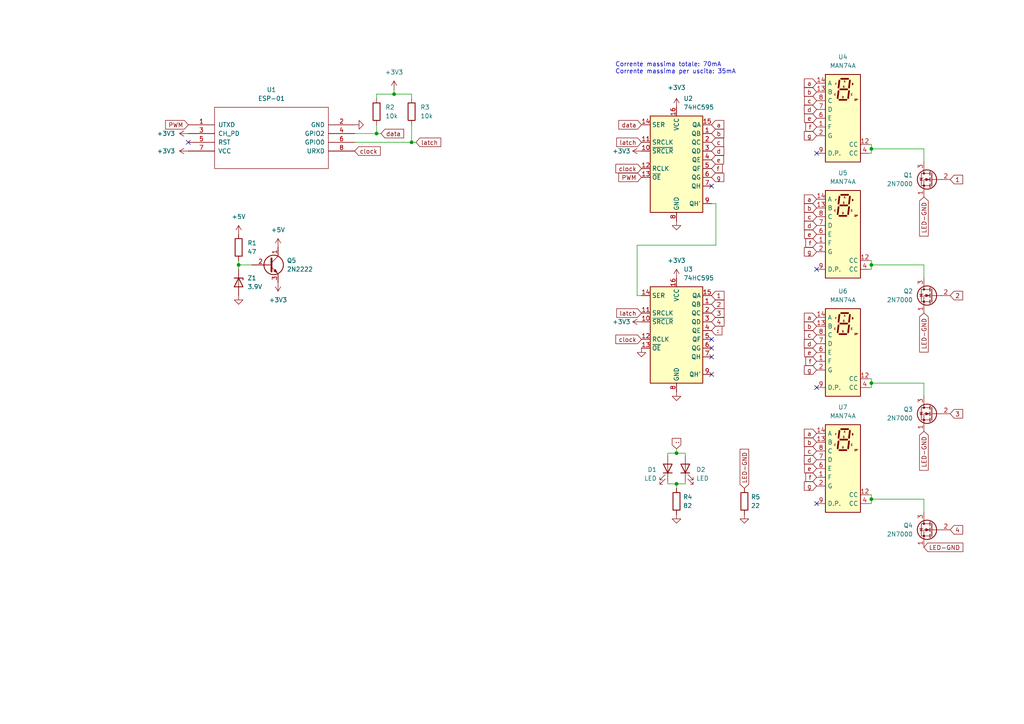
<source format=kicad_sch>
(kicad_sch (version 20211123) (generator eeschema)
  (paper "A4")
  (lib_symbols
    (symbol "74xx:74HC595"
      (property "Reference" "U" (at -7.62 13.97 0))
      (property "Value" "74HC595" (at -7.62 -16.51 0))
      (symbol "74HC595_1_0"
        (pin tri_state line (at 10.16 7.62 180) (length 2.54) (name "QB") (number "1"))
        (pin input line (at -10.16 2.54 0) (length 2.54) (name "~{SRCLR}") (number "10"))
        (pin input line (at -10.16 5.08 0) (length 2.54) (name "SRCLK") (number "11"))
        (pin input line (at -10.16 -2.54 0) (length 2.54) (name "RCLK") (number "12"))
        (pin input line (at -10.16 -5.08 0) (length 2.54) (name "~{OE}") (number "13"))
        (pin input line (at -10.16 10.16 0) (length 2.54) (name "SER") (number "14"))
        (pin tri_state line (at 10.16 10.16 180) (length 2.54) (name "QA") (number "15"))
        (pin power_in line (at 0 15.24 270) (length 2.54) (name "VCC") (number "16"))
        (pin tri_state line (at 10.16 5.08 180) (length 2.54) (name "QC") (number "2"))
        (pin tri_state line (at 10.16 2.54 180) (length 2.54) (name "QD") (number "3"))
        (pin tri_state line (at 10.16 0 180) (length 2.54) (name "QE") (number "4"))
        (pin tri_state line (at 10.16 -2.54 180) (length 2.54) (name "QF") (number "5"))
        (pin tri_state line (at 10.16 -5.08 180) (length 2.54) (name "QG") (number "6"))
        (pin tri_state line (at 10.16 -7.62 180) (length 2.54) (name "QH") (number "7"))
        (pin power_in line (at 0 -17.78 90) (length 2.54) (name "GND") (number "8"))
        (pin output line (at 10.16 -12.7 180) (length 2.54) (name "QH'") (number "9"))
      )
      (symbol "74HC595_1_1"
        (rectangle (start -7.62 12.7) (end 7.62 -15.24) (stroke (width 0.254)) (fill (type background)))
      )
    )
    (symbol "Device:D_Zener" (pin_numbers hide) (pin_names (offset 1.016) hide)
      (property "Reference" "D" (at 0 2.54 0))
      (property "Value" "D_Zener" (at 0 -2.54 0))
      (symbol "D_Zener_0_1"
        (polyline (pts (xy 1.27 0) (xy -1.27 0)))
        (polyline (pts (xy -1.27 -1.27) (xy -1.27 1.27) (xy -0.762 1.27)) (stroke (width 0.254)))
        (polyline (pts (xy 1.27 -1.27) (xy 1.27 1.27) (xy -1.27 0) (xy 1.27 -1.27)) (stroke (width 0.254)))
      )
      (symbol "D_Zener_1_1"
        (pin passive line (at -3.81 0 0) (length 2.54) (name "K") (number "1"))
        (pin passive line (at 3.81 0 180) (length 2.54) (name "A") (number "2"))
      )
    )
    (symbol "Device:LED" (pin_numbers hide) (pin_names (offset 1.016) hide)
      (property "Reference" "D" (at 0 2.54 0))
      (property "Value" "LED" (at 0 -2.54 0))
      (symbol "LED_0_1"
        (polyline (pts (xy -1.27 -1.27) (xy -1.27 1.27)) (stroke (width 0.254)))
        (polyline (pts (xy -1.27 0) (xy 1.27 0)))
        (polyline (pts (xy 1.27 -1.27) (xy 1.27 1.27) (xy -1.27 0) (xy 1.27 -1.27)) (stroke (width 0.254)))
        (polyline (pts (xy -3.048 -0.762) (xy -4.572 -2.286) (xy -3.81 -2.286) (xy -4.572 -2.286) (xy -4.572 -1.524)))
        (polyline (pts (xy -1.778 -0.762) (xy -3.302 -2.286) (xy -2.54 -2.286) (xy -3.302 -2.286) (xy -3.302 -1.524)))
      )
      (symbol "LED_1_1"
        (pin passive line (at -3.81 0 0) (length 2.54) (name "K") (number "1"))
        (pin passive line (at 3.81 0 180) (length 2.54) (name "A") (number "2"))
      )
    )
    (symbol "Device:R" (pin_numbers hide) (pin_names (offset 0))
      (property "Reference" "R" (at 2.032 0 90))
      (property "Value" "R" (at 0 0 90))
      (symbol "R_0_1"
        (rectangle (start -1.016 -2.54) (end 1.016 2.54) (stroke (width 0.254)))
      )
      (symbol "R_1_1"
        (pin passive line (at 0 3.81 270) (length 1.27) (name "~") (number "1"))
        (pin passive line (at 0 -3.81 90) (length 1.27) (name "~") (number "2"))
      )
    )
    (symbol "Display_Character:MAN74A" (pin_names (offset 0.635))
      (property "Reference" "U" (at -2.54 13.97 0))
      (property "Value" "MAN74A" (at 2.794 -14.224 0))
      (symbol "MAN74A_0_0"
        (text "A" (at 0.508 10.668 0) (effects (font (size 0.508 0.508))))
        (text "B" (at 2.794 9.906 0) (effects (font (size 0.508 0.508))))
        (text "C" (at 2.54 6.858 0) (effects (font (size 0.508 0.508))))
        (text "D" (at 0 6.096 0) (effects (font (size 0.508 0.508))))
        (text "DP" (at 3.81 5.334 0) (effects (font (size 0.508 0.508))))
        (text "E" (at -2.286 6.858 0) (effects (font (size 0.508 0.508))))
        (text "F" (at -2.032 9.906 0) (effects (font (size 0.508 0.508))))
        (text "G" (at 0.254 9.144 0) (effects (font (size 0.508 0.508))))
      )
      (symbol "MAN74A_0_1"
        (rectangle (start -5.08 12.7) (end 5.08 -12.7) (stroke (width 0.254)) (fill (type background)))
        (polyline (pts (xy -1.27 7.874) (xy -1.524 5.842)) (stroke (width 0.508)))
        (polyline (pts (xy -1.016 5.334) (xy 1.016 5.334)) (stroke (width 0.508)))
        (polyline (pts (xy -1.016 10.922) (xy -1.27 8.89)) (stroke (width 0.508)))
        (polyline (pts (xy -0.762 8.382) (xy 1.27 8.382)) (stroke (width 0.508)))
        (polyline (pts (xy -0.508 11.43) (xy 1.524 11.43)) (stroke (width 0.508)))
        (polyline (pts (xy 1.778 7.874) (xy 1.524 5.842)) (stroke (width 0.508)))
        (polyline (pts (xy 2.032 10.922) (xy 1.778 8.89)) (stroke (width 0.508)))
        (polyline (pts (xy 2.794 5.334) (xy 2.794 5.334)) (stroke (width 0.508)))
      )
      (symbol "MAN74A_1_1"
        (pin input line (at -7.62 -2.54 0) (length 2.54) (name "F") (number "1"))
        (pin no_connect line (at 7.62 -2.54 180) (length 2.54) hide (name "NC") (number "10"))
        (pin no_connect line (at 7.62 -5.08 180) (length 2.54) hide (name "NC") (number "11"))
        (pin input line (at 7.62 -7.62 180) (length 2.54) (name "CC") (number "12"))
        (pin input line (at -7.62 7.62 0) (length 2.54) (name "B") (number "13"))
        (pin input line (at -7.62 10.16 0) (length 2.54) (name "A") (number "14"))
        (pin input line (at -7.62 -5.08 0) (length 2.54) (name "G") (number "2"))
        (pin no_connect line (at 7.62 2.54 180) (length 2.54) hide (name "NC") (number "3"))
        (pin input line (at 7.62 -10.16 180) (length 2.54) (name "CC") (number "4"))
        (pin no_connect line (at 7.62 0 180) (length 2.54) hide (name "NC") (number "5"))
        (pin input line (at -7.62 0 0) (length 2.54) (name "E") (number "6"))
        (pin input line (at -7.62 2.54 0) (length 2.54) (name "D") (number "7"))
        (pin input line (at -7.62 5.08 0) (length 2.54) (name "C") (number "8"))
        (pin input line (at -7.62 -10.16 0) (length 2.54) (name "D.P.") (number "9"))
      )
    )
    (symbol "Transistor_BJT:BC337" (pin_names (offset 0) hide)
      (property "Reference" "Q" (at 5.08 1.905 0))
      (property "Value" "BC337" (at 5.08 0 0))
      (symbol "BC337_0_1"
        (polyline (pts (xy 0 0) (xy 0.635 0)))
        (polyline (pts (xy 0.635 0.635) (xy 2.54 2.54)))
        (polyline (pts (xy 0.635 -0.635) (xy 2.54 -2.54) (xy 2.54 -2.54)))
        (polyline (pts (xy 0.635 1.905) (xy 0.635 -1.905) (xy 0.635 -1.905)) (stroke (width 0.508)))
        (polyline (pts (xy 1.27 -1.778) (xy 1.778 -1.27) (xy 2.286 -2.286) (xy 1.27 -1.778) (xy 1.27 -1.778)) (fill (type outline)))
        (circle (center 1.27 0) (radius 2.8194) (stroke (width 0.254)))
      )
      (symbol "BC337_1_1"
        (pin passive line (at 2.54 5.08 270) (length 2.54) (name "C") (number "1"))
        (pin input line (at -5.08 0 0) (length 5.08) (name "B") (number "2"))
        (pin passive line (at 2.54 -5.08 90) (length 2.54) (name "E") (number "3"))
      )
    )
    (symbol "Transistor_FET:2N7000" (pin_names hide)
      (property "Reference" "Q" (at 5.08 1.905 0))
      (property "Value" "2N7000" (at 5.08 0 0))
      (symbol "2N7000_0_1"
        (polyline (pts (xy 0.254 0) (xy -2.54 0)))
        (polyline (pts (xy 0.254 1.905) (xy 0.254 -1.905)) (stroke (width 0.254)))
        (polyline (pts (xy 0.762 -1.27) (xy 0.762 -2.286)) (stroke (width 0.254)))
        (polyline (pts (xy 0.762 0.508) (xy 0.762 -0.508)) (stroke (width 0.254)))
        (polyline (pts (xy 0.762 2.286) (xy 0.762 1.27)) (stroke (width 0.254)))
        (polyline (pts (xy 2.54 2.54) (xy 2.54 1.778)))
        (polyline (pts (xy 2.54 -2.54) (xy 2.54 0) (xy 0.762 0)))
        (polyline (pts (xy 0.762 -1.778) (xy 3.302 -1.778) (xy 3.302 1.778) (xy 0.762 1.778)))
        (polyline (pts (xy 1.016 0) (xy 2.032 0.381) (xy 2.032 -0.381) (xy 1.016 0)) (fill (type outline)))
        (polyline (pts (xy 2.794 0.508) (xy 2.921 0.381) (xy 3.683 0.381) (xy 3.81 0.254)))
        (polyline (pts (xy 3.302 0.381) (xy 2.921 -0.254) (xy 3.683 -0.254) (xy 3.302 0.381)))
        (circle (center 1.651 0) (radius 2.794) (stroke (width 0.254)))
        (circle (center 2.54 -1.778) (radius 0.254) (fill (type outline)))
        (circle (center 2.54 1.778) (radius 0.254) (fill (type outline)))
      )
      (symbol "2N7000_1_1"
        (pin passive line (at 2.54 -5.08 90) (length 2.54) (name "S") (number "1"))
        (pin input line (at -5.08 0 0) (length 2.54) (name "G") (number "2"))
        (pin passive line (at 2.54 5.08 270) (length 2.54) (name "D") (number "3"))
      )
    )
    (symbol "kicad-ESP8266:ESP-01v090" (pin_names (offset 1.016))
      (property "Reference" "U" (at 0 -2.54 0))
      (property "Value" "ESP-01v090" (at 0 2.54 0))
      (symbol "ESP-01v090_1_0"
        (rectangle (start -16.51 -8.89) (end 16.51 8.89))
      )
      (symbol "ESP-01v090_1_1"
        (pin output line (at -24.13 3.81 0) (length 7.62) (name "UTXD") (number "1"))
        (pin power_in line (at 24.13 3.81 180) (length 7.62) (name "GND") (number "2"))
        (pin input line (at -24.13 1.27 0) (length 7.62) (name "CH_PD") (number "3"))
        (pin tri_state line (at 24.13 1.27 180) (length 7.62) (name "GPIO2") (number "4"))
        (pin input line (at -24.13 -1.27 0) (length 7.62) (name "RST") (number "5"))
        (pin tri_state line (at 24.13 -1.27 180) (length 7.62) (name "GPIO0") (number "6"))
        (pin power_in line (at -24.13 -3.81 0) (length 7.62) (name "VCC") (number "7"))
        (pin input line (at 24.13 -3.81 180) (length 7.62) (name "URXD") (number "8"))
      )
    )
    (symbol "power:+3.3V" (power) (pin_names (offset 0))
      (property "Value" "+3.3V" (at 0 3.556 0))
      (symbol "+3.3V_0_1"
        (polyline (pts (xy -0.762 1.27) (xy 0 2.54)))
        (polyline (pts (xy 0 0) (xy 0 2.54)))
        (polyline (pts (xy 0 2.54) (xy 0.762 1.27)))
      )
      (symbol "+3.3V_1_1"
        (pin power_in line (at 0 0 90) (length 0) hide (name "+3V3") (number "1"))
      )
    )
    (symbol "power:+5V" (power) (pin_names (offset 0))
      (property "Value" "+5V" (at 0 3.556 0))
      (symbol "+5V_0_1"
        (polyline (pts (xy -0.762 1.27) (xy 0 2.54)))
        (polyline (pts (xy 0 0) (xy 0 2.54)))
        (polyline (pts (xy 0 2.54) (xy 0.762 1.27)))
      )
      (symbol "+5V_1_1"
        (pin power_in line (at 0 0 90) (length 0) hide (name "+5V") (number "1"))
      )
    )
    (symbol "power:GND" (power) (pin_names (offset 0))
      (property "Value" "GND" (at 0 -3.81 0))
      (symbol "GND_0_1"
        (polyline (pts (xy 0 0) (xy 0 -1.27) (xy 1.27 -1.27) (xy 0 -2.54) (xy -1.27 -1.27) (xy 0 -1.27)))
      )
      (symbol "GND_1_1"
        (pin power_in line (at 0 0 270) (length 0) hide (name "GND") (number "1"))
      )
    )
  )
  (junction (at 196.215 140.335))
  (junction (at 252.73 111.125))
  (junction (at 252.73 144.78))
  (junction (at 196.215 131.445))
  (junction (at 69.215 76.835))
  (junction (at 252.73 76.835))
  (junction (at 119.38 41.275))
  (junction (at 252.73 43.18))
  (junction (at 109.22 38.735))
  (junction (at 114.3 27.305))
  (no_connect (at 206.375 53.975))
  (no_connect (at 206.375 103.505))
  (no_connect (at 206.375 100.965))
  (no_connect (at 206.375 98.425))
  (no_connect (at 206.375 108.585))
  (no_connect (at 54.61 41.275))
  (no_connect (at 236.855 44.45))
  (no_connect (at 236.855 78.105))
  (no_connect (at 236.855 146.05))
  (no_connect (at 236.855 112.395))
  (wire (pts (xy 69.215 76.835) (xy 73.025 76.835)))
  (wire (pts (xy 252.095 41.91) (xy 252.73 41.91)))
  (wire (pts (xy 102.87 38.735) (xy 109.22 38.735)))
  (wire (pts (xy 267.97 80.645) (xy 267.97 76.835)))
  (wire (pts (xy 252.73 143.51) (xy 252.73 144.78)))
  (wire (pts (xy 252.73 43.18) (xy 252.73 44.45)))
  (wire (pts (xy 252.73 112.395) (xy 252.095 112.395)))
  (wire (pts (xy 196.215 130.175) (xy 196.215 131.445)))
  (wire (pts (xy 252.73 43.18) (xy 267.97 43.18)))
  (wire (pts (xy 252.73 111.125) (xy 252.73 112.395)))
  (wire (pts (xy 119.38 41.275) (xy 120.65 41.275)))
  (wire (pts (xy 109.22 38.735) (xy 110.49 38.735)))
  (wire (pts (xy 252.73 144.78) (xy 267.97 144.78)))
  (wire (pts (xy 114.3 26.035) (xy 114.3 27.305)))
  (wire (pts (xy 252.73 109.855) (xy 252.73 111.125)))
  (wire (pts (xy 252.73 78.105) (xy 252.095 78.105)))
  (wire (pts (xy 198.755 140.335) (xy 198.755 139.7)))
  (wire (pts (xy 252.73 76.835) (xy 252.73 78.105)))
  (wire (pts (xy 193.675 131.445) (xy 193.675 132.08)))
  (wire (pts (xy 109.22 28.575) (xy 109.22 27.305)))
  (wire (pts (xy 207.645 59.055) (xy 206.375 59.055)))
  (wire (pts (xy 252.73 75.565) (xy 252.73 76.835)))
  (wire (pts (xy 252.095 109.855) (xy 252.73 109.855)))
  (wire (pts (xy 196.215 131.445) (xy 193.675 131.445)))
  (wire (pts (xy 267.97 114.935) (xy 267.97 111.125)))
  (wire (pts (xy 252.73 144.78) (xy 252.73 146.05)))
  (wire (pts (xy 109.22 27.305) (xy 114.3 27.305)))
  (wire (pts (xy 267.97 46.99) (xy 267.97 43.18)))
  (wire (pts (xy 119.38 27.305) (xy 119.38 28.575)))
  (wire (pts (xy 267.97 148.59) (xy 267.97 144.78)))
  (wire (pts (xy 252.73 146.05) (xy 252.095 146.05)))
  (wire (pts (xy 252.73 76.835) (xy 267.97 76.835)))
  (wire (pts (xy 184.785 85.725) (xy 184.785 71.12)))
  (wire (pts (xy 109.22 38.735) (xy 109.22 36.195)))
  (wire (pts (xy 69.215 75.565) (xy 69.215 76.835)))
  (wire (pts (xy 184.785 71.12) (xy 207.645 71.12)))
  (wire (pts (xy 252.095 143.51) (xy 252.73 143.51)))
  (wire (pts (xy 252.095 75.565) (xy 252.73 75.565)))
  (wire (pts (xy 102.87 41.275) (xy 119.38 41.275)))
  (wire (pts (xy 193.675 140.335) (xy 193.675 139.7)))
  (wire (pts (xy 207.645 71.12) (xy 207.645 59.055)))
  (wire (pts (xy 114.3 27.305) (xy 119.38 27.305)))
  (wire (pts (xy 196.215 131.445) (xy 198.755 131.445)))
  (wire (pts (xy 252.73 111.125) (xy 267.97 111.125)))
  (wire (pts (xy 198.755 131.445) (xy 198.755 132.08)))
  (wire (pts (xy 196.215 140.335) (xy 198.755 140.335)))
  (wire (pts (xy 196.215 141.605) (xy 196.215 140.335)))
  (wire (pts (xy 186.055 85.725) (xy 184.785 85.725)))
  (wire (pts (xy 252.73 44.45) (xy 252.095 44.45)))
  (wire (pts (xy 252.73 41.91) (xy 252.73 43.18)))
  (wire (pts (xy 119.38 41.275) (xy 119.38 36.195)))
  (wire (pts (xy 69.215 76.835) (xy 69.215 78.105)))
  (wire (pts (xy 193.675 140.335) (xy 196.215 140.335)))
  (text "Corrente massima totale: 70mA\nCorrente massima per uscita: 35mA" (at 178.435 21.59 0) (effects (font (size 1.27 1.27)) (justify left bottom)))
  (global_label "LED-GND" (shape input) (at 267.97 57.15 270) (property "Intersheet References" "${INTERSHEET_REFS}" (effects hide)))
  (global_label "clock" (shape input) (at 186.055 48.895 180) (property "Intersheet References" "${INTERSHEET_REFS}" (effects hide)))
  (global_label "PWM" (shape input) (at 186.055 51.435 180) (property "Intersheet References" "${INTERSHEET_REFS}" (effects hide)))
  (global_label "LED-GND" (shape input) (at 267.97 125.095 270) (property "Intersheet References" "${INTERSHEET_REFS}" (effects hide)))
  (global_label "latch" (shape input) (at 186.055 90.805 180) (property "Intersheet References" "${INTERSHEET_REFS}" (effects hide)))
  (global_label "data" (shape input) (at 110.49 38.735 0) (property "Intersheet References" "${INTERSHEET_REFS}" (effects hide)))
  (global_label "f" (shape input) (at 236.855 36.83 180) (property "Intersheet References" "${INTERSHEET_REFS}" (effects hide)))
  (global_label "d" (shape input) (at 236.855 65.405 180) (property "Intersheet References" "${INTERSHEET_REFS}" (effects hide)))
  (global_label "a" (shape input) (at 206.375 36.195 0) (property "Intersheet References" "${INTERSHEET_REFS}" (effects hide)))
  (global_label "e" (shape input) (at 236.855 67.945 180) (property "Intersheet References" "${INTERSHEET_REFS}" (effects hide)))
  (global_label "g" (shape input) (at 236.855 107.315 180) (property "Intersheet References" "${INTERSHEET_REFS}" (effects hide)))
  (global_label "1" (shape input) (at 275.59 52.07 0) (property "Intersheet References" "${INTERSHEET_REFS}" (effects hide)))
  (global_label "latch" (shape input) (at 120.65 41.275 0) (property "Intersheet References" "${INTERSHEET_REFS}" (effects hide)))
  (global_label ":" (shape input) (at 196.215 130.175 90) (property "Intersheet References" "${INTERSHEET_REFS}" (effects hide)))
  (global_label "e" (shape input) (at 206.375 46.355 0) (property "Intersheet References" "${INTERSHEET_REFS}" (effects hide)))
  (global_label "a" (shape input) (at 236.855 57.785 180) (property "Intersheet References" "${INTERSHEET_REFS}" (effects hide)))
  (global_label "a" (shape input) (at 236.855 92.075 180) (property "Intersheet References" "${INTERSHEET_REFS}" (effects hide)))
  (global_label "clock" (shape input) (at 186.055 98.425 180) (property "Intersheet References" "${INTERSHEET_REFS}" (effects hide)))
  (global_label "g" (shape input) (at 206.375 51.435 0) (property "Intersheet References" "${INTERSHEET_REFS}" (effects hide)))
  (global_label "data" (shape input) (at 186.055 36.195 180) (property "Intersheet References" "${INTERSHEET_REFS}" (effects hide)))
  (global_label "4" (shape input) (at 206.375 93.345 0) (property "Intersheet References" "${INTERSHEET_REFS}" (effects hide)))
  (global_label "LED-GND" (shape input) (at 267.97 90.805 270) (property "Intersheet References" "${INTERSHEET_REFS}" (effects hide)))
  (global_label "f" (shape input) (at 236.855 104.775 180) (property "Intersheet References" "${INTERSHEET_REFS}" (effects hide)))
  (global_label "latch" (shape input) (at 186.055 41.275 180) (property "Intersheet References" "${INTERSHEET_REFS}" (effects hide)))
  (global_label "f" (shape input) (at 236.855 70.485 180) (property "Intersheet References" "${INTERSHEET_REFS}" (effects hide)))
  (global_label "g" (shape input) (at 236.855 73.025 180) (property "Intersheet References" "${INTERSHEET_REFS}" (effects hide)))
  (global_label "LED-GND" (shape input) (at 267.97 158.75 0) (property "Intersheet References" "${INTERSHEET_REFS}" (effects hide)))
  (global_label "4" (shape input) (at 275.59 153.67 0) (property "Intersheet References" "${INTERSHEET_REFS}" (effects hide)))
  (global_label "3" (shape input) (at 206.375 90.805 0) (property "Intersheet References" "${INTERSHEET_REFS}" (effects hide)))
  (global_label "c" (shape input) (at 236.855 62.865 180) (property "Intersheet References" "${INTERSHEET_REFS}" (effects hide)))
  (global_label "g" (shape input) (at 236.855 39.37 180) (property "Intersheet References" "${INTERSHEET_REFS}" (effects hide)))
  (global_label "e" (shape input) (at 236.855 34.29 180) (property "Intersheet References" "${INTERSHEET_REFS}" (effects hide)))
  (global_label "b" (shape input) (at 236.855 94.615 180) (property "Intersheet References" "${INTERSHEET_REFS}" (effects hide)))
  (global_label "c" (shape input) (at 236.855 29.21 180) (property "Intersheet References" "${INTERSHEET_REFS}" (effects hide)))
  (global_label ":" (shape input) (at 206.375 95.885 0) (property "Intersheet References" "${INTERSHEET_REFS}" (effects hide)))
  (global_label "2" (shape input) (at 275.59 85.725 0) (property "Intersheet References" "${INTERSHEET_REFS}" (effects hide)))
  (global_label "d" (shape input) (at 206.375 43.815 0) (property "Intersheet References" "${INTERSHEET_REFS}" (effects hide)))
  (global_label "PWM" (shape input) (at 54.61 36.195 180) (property "Intersheet References" "${INTERSHEET_REFS}" (effects hide)))
  (global_label "3" (shape input) (at 275.59 120.015 0) (property "Intersheet References" "${INTERSHEET_REFS}" (effects hide)))
  (global_label "1" (shape input) (at 206.375 85.725 0) (property "Intersheet References" "${INTERSHEET_REFS}" (effects hide)))
  (global_label "LED-GND" (shape input) (at 215.9 141.605 90) (property "Intersheet References" "${INTERSHEET_REFS}" (effects hide)))
  (global_label "c" (shape input) (at 236.855 130.81 180) (property "Intersheet References" "${INTERSHEET_REFS}" (effects hide)))
  (global_label "d" (shape input) (at 236.855 31.75 180) (property "Intersheet References" "${INTERSHEET_REFS}" (effects hide)))
  (global_label "g" (shape input) (at 236.855 140.97 180) (property "Intersheet References" "${INTERSHEET_REFS}" (effects hide)))
  (global_label "2" (shape input) (at 206.375 88.265 0) (property "Intersheet References" "${INTERSHEET_REFS}" (effects hide)))
  (global_label "c" (shape input) (at 236.855 97.155 180) (property "Intersheet References" "${INTERSHEET_REFS}" (effects hide)))
  (global_label "e" (shape input) (at 236.855 135.89 180) (property "Intersheet References" "${INTERSHEET_REFS}" (effects hide)))
  (global_label "f" (shape input) (at 206.375 48.895 0) (property "Intersheet References" "${INTERSHEET_REFS}" (effects hide)))
  (global_label "b" (shape input) (at 236.855 26.67 180) (property "Intersheet References" "${INTERSHEET_REFS}" (effects hide)))
  (global_label "c" (shape input) (at 206.375 41.275 0) (property "Intersheet References" "${INTERSHEET_REFS}" (effects hide)))
  (global_label "a" (shape input) (at 236.855 125.73 180) (property "Intersheet References" "${INTERSHEET_REFS}" (effects hide)))
  (global_label "b" (shape input) (at 236.855 60.325 180) (property "Intersheet References" "${INTERSHEET_REFS}" (effects hide)))
  (global_label "b" (shape input) (at 206.375 38.735 0) (property "Intersheet References" "${INTERSHEET_REFS}" (effects hide)))
  (global_label "f" (shape input) (at 236.855 138.43 180) (property "Intersheet References" "${INTERSHEET_REFS}" (effects hide)))
  (global_label "b" (shape input) (at 236.855 128.27 180) (property "Intersheet References" "${INTERSHEET_REFS}" (effects hide)))
  (global_label "a" (shape input) (at 236.855 24.13 180) (property "Intersheet References" "${INTERSHEET_REFS}" (effects hide)))
  (global_label "d" (shape input) (at 236.855 99.695 180) (property "Intersheet References" "${INTERSHEET_REFS}" (effects hide)))
  (global_label "d" (shape input) (at 236.855 133.35 180) (property "Intersheet References" "${INTERSHEET_REFS}" (effects hide)))
  (global_label "e" (shape input) (at 236.855 102.235 180) (property "Intersheet References" "${INTERSHEET_REFS}" (effects hide)))
  (global_label "clock" (shape input) (at 102.87 43.815 0) (property "Intersheet References" "${INTERSHEET_REFS}" (effects hide)))
  (symbol (lib_id "power:GND") (at 215.9 149.225 0) (unit 1)
    (property "Reference" "#PWR017" (effects hide))
    (property "Value" "GND" (effects hide))
  )
  (symbol (lib_id "Display_Character:MAN74A") (at 244.475 102.235 0) (unit 1)
    (property "Reference" "U6" (at 244.475 84.455 0))
    (property "Value" "MAN74A" (at 244.475 86.995 0))
    (property "Footprint" "Display_7Segment:MAN71A" (effects hide))
    (property "Datasheet" "https://www.digchip.com/datasheets/parts/datasheet/161/MAN3640A-pdf.php" (effects hide))
  )
  (symbol (lib_id "Device:D_Zener") (at 69.215 81.915 270) (unit 1)
    (property "Reference" "Z1" (at 71.755 80.6449 90) (effects (justify left)))
    (property "Value" "3.9V" (at 71.755 83.1849 90) (effects (justify left)))
  )
  (symbol (lib_id "power:GND") (at 69.215 85.725 0) (unit 1)
    (property "Reference" "#PWR04" (effects hide))
    (property "Value" "GND" (effects hide))
  )
  (symbol (lib_id "Transistor_BJT:BC337") (at 78.105 76.835 0) (unit 1)
    (property "Reference" "Q5" (at 83.185 75.5649 0) (effects (justify left)))
    (property "Value" "2N2222" (at 83.185 78.1049 0) (effects (justify left)))
    (property "Footprint" "Package_TO_SOT_THT:TO-92_Inline" (effects hide))
    (property "Datasheet" "https://diotec.com/tl_files/diotec/files/pdf/datasheets/bc337.pdf" (effects hide))
  )
  (symbol (lib_id "Device:LED") (at 193.675 135.89 270) (mirror x) (unit 1)
    (property "Reference" "D1" (at 190.5 136.2074 90) (effects (justify right)))
    (property "Value" "LED" (at 190.5 138.7474 90) (effects (justify right)))
  )
  (symbol (lib_id "74xx:74HC595") (at 196.215 46.355 0) (unit 1)
    (property "Reference" "U2" (at 198.2344 28.575 0) (effects (justify left)))
    (property "Value" "74HC595" (at 198.2344 31.115 0) (effects (justify left)))
    (property "Datasheet" "http://www.ti.com/lit/ds/symlink/sn74hc595.pdf" (effects hide))
  )
  (symbol (lib_id "power:GND") (at 102.87 36.195 90) (unit 1)
    (property "Reference" "#PWR07" (effects hide))
    (property "Value" "GND" (effects hide))
  )
  (symbol (lib_id "Device:LED") (at 198.755 135.89 90) (unit 1)
    (property "Reference" "D2" (at 201.93 136.2074 90) (effects (justify right)))
    (property "Value" "LED" (at 201.93 138.7474 90) (effects (justify right)))
  )
  (symbol (lib_id "power:+3.3V") (at 186.055 43.815 90) (unit 1)
    (property "Reference" "#PWR09" (effects hide))
    (property "Value" "+3.3V" (at 182.88 43.8149 90) (effects (justify left)))
  )
  (symbol (lib_id "power:+3.3V") (at 196.215 80.645 0) (unit 1)
    (property "Reference" "#PWR014" (effects hide))
    (property "Value" "+3.3V" (at 196.215 75.565 0))
  )
  (symbol (lib_id "power:+3.3V") (at 54.61 43.815 90) (unit 1)
    (property "Reference" "#PWR02" (effects hide))
    (property "Value" "+3.3V" (at 50.8 43.8149 90) (effects (justify left)))
  )
  (symbol (lib_id "Transistor_FET:2N7000") (at 270.51 120.015 0) (mirror y) (unit 1)
    (property "Reference" "Q3" (at 264.795 118.7449 0) (effects (justify left)))
    (property "Value" "2N7000" (at 264.795 121.2849 0) (effects (justify left)))
    (property "Footprint" "Package_TO_SOT_THT:TO-92_Inline" (effects hide))
    (property "Datasheet" "https://www.onsemi.com/pub/Collateral/NDS7002A-D.PDF" (effects hide))
  )
  (symbol (lib_id "Device:R") (at 69.215 71.755 0) (unit 1)
    (property "Reference" "R1" (at 71.755 70.4849 0) (effects (justify left)))
    (property "Value" "47" (at 71.755 73.0249 0) (effects (justify left)))
  )
  (symbol (lib_id "Transistor_FET:2N7000") (at 270.51 85.725 0) (mirror y) (unit 1)
    (property "Reference" "Q2" (at 264.795 84.4549 0) (effects (justify left)))
    (property "Value" "2N7000" (at 264.795 86.9949 0) (effects (justify left)))
    (property "Footprint" "Package_TO_SOT_THT:TO-92_Inline" (effects hide))
    (property "Datasheet" "https://www.onsemi.com/pub/Collateral/NDS7002A-D.PDF" (effects hide))
  )
  (symbol (lib_id "74xx:74HC595") (at 196.215 95.885 0) (unit 1)
    (property "Reference" "U3" (at 198.2344 78.105 0) (effects (justify left)))
    (property "Value" "74HC595" (at 198.2344 80.645 0) (effects (justify left)))
    (property "Datasheet" "http://www.ti.com/lit/ds/symlink/sn74hc595.pdf" (effects hide))
  )
  (symbol (lib_id "power:+5V") (at 69.215 67.945 0) (unit 1)
    (property "Reference" "#PWR03" (effects hide))
    (property "Value" "+5V" (at 69.215 62.865 0))
  )
  (symbol (lib_id "Display_Character:MAN74A") (at 244.475 67.945 0) (unit 1)
    (property "Reference" "U5" (at 244.475 50.165 0))
    (property "Value" "MAN74A" (at 244.475 52.705 0))
    (property "Footprint" "Display_7Segment:MAN71A" (effects hide))
    (property "Datasheet" "https://www.digchip.com/datasheets/parts/datasheet/161/MAN3640A-pdf.php" (effects hide))
  )
  (symbol (lib_id "Device:R") (at 215.9 145.415 0) (unit 1)
    (property "Reference" "R5" (at 217.805 144.1449 0) (effects (justify left)))
    (property "Value" "22" (at 217.805 146.6849 0) (effects (justify left)))
  )
  (symbol (lib_id "power:GND") (at 196.215 64.135 0) (unit 1)
    (property "Reference" "#PWR013" (effects hide))
    (property "Value" "GND" (effects hide))
  )
  (symbol (lib_id "power:+5V") (at 80.645 71.755 0) (unit 1)
    (property "Reference" "#PWR05" (effects hide))
    (property "Value" "+5V" (at 80.645 66.675 0))
  )
  (symbol (lib_id "Device:R") (at 119.38 32.385 0) (unit 1)
    (property "Reference" "R3" (at 121.92 31.1149 0) (effects (justify left)))
    (property "Value" "10k" (at 121.92 33.6549 0) (effects (justify left)))
  )
  (symbol (lib_id "Device:R") (at 109.22 32.385 0) (unit 1)
    (property "Reference" "R2" (at 111.76 31.1149 0) (effects (justify left)))
    (property "Value" "10k" (at 111.76 33.6549 0) (effects (justify left)))
  )
  (symbol (lib_id "power:GND") (at 196.215 113.665 0) (unit 1)
    (property "Reference" "#PWR015" (effects hide))
    (property "Value" "GND" (effects hide))
  )
  (symbol (lib_id "power:+3.3V") (at 80.645 81.915 180) (unit 1)
    (property "Reference" "#PWR06" (effects hide))
    (property "Value" "+3.3V" (at 80.645 86.995 0))
  )
  (symbol (lib_id "Device:R") (at 196.215 145.415 0) (unit 1)
    (property "Reference" "R4" (at 198.12 144.1449 0) (effects (justify left)))
    (property "Value" "82" (at 198.12 146.6849 0) (effects (justify left)))
  )
  (symbol (lib_id "power:GND") (at 186.055 100.965 0) (unit 1)
    (property "Reference" "#PWR011" (effects hide))
    (property "Value" "GND" (effects hide))
  )
  (symbol (lib_id "power:+3.3V") (at 186.055 93.345 90) (unit 1)
    (property "Reference" "#PWR010" (effects hide))
    (property "Value" "+3.3V" (at 182.88 93.3449 90) (effects (justify left)))
  )
  (symbol (lib_id "power:GND") (at 196.215 149.225 0) (unit 1)
    (property "Reference" "#PWR016" (effects hide))
    (property "Value" "GND" (effects hide))
  )
  (symbol (lib_id "Transistor_FET:2N7000") (at 270.51 153.67 0) (mirror y) (unit 1)
    (property "Reference" "Q4" (at 264.795 152.3999 0) (effects (justify left)))
    (property "Value" "2N7000" (at 264.795 154.9399 0) (effects (justify left)))
    (property "Footprint" "Package_TO_SOT_THT:TO-92_Inline" (effects hide))
    (property "Datasheet" "https://www.onsemi.com/pub/Collateral/NDS7002A-D.PDF" (effects hide))
  )
  (symbol (lib_id "kicad-ESP8266:ESP-01v090") (at 78.74 40.005 0) (unit 1)
    (property "Reference" "U1" (at 78.74 26.035 0))
    (property "Value" "ESP-01" (at 78.74 28.575 0))
    (property "Datasheet" "http://l0l.org.uk/2014/12/esp8266-modules-hardware-guide-gotta-catch-em-all/" (effects hide))
  )
  (symbol (lib_id "power:+3.3V") (at 54.61 38.735 90) (unit 1)
    (property "Reference" "#PWR01" (effects hide))
    (property "Value" "+3.3V" (at 50.8 38.7349 90) (effects (justify left)))
  )
  (symbol (lib_id "Transistor_FET:2N7000") (at 270.51 52.07 0) (mirror y) (unit 1)
    (property "Reference" "Q1" (at 264.795 50.7999 0) (effects (justify left)))
    (property "Value" "2N7000" (at 264.795 53.3399 0) (effects (justify left)))
    (property "Footprint" "Package_TO_SOT_THT:TO-92_Inline" (effects hide))
    (property "Datasheet" "https://www.onsemi.com/pub/Collateral/NDS7002A-D.PDF" (effects hide))
  )
  (symbol (lib_id "Display_Character:MAN74A") (at 244.475 34.29 0) (unit 1)
    (property "Reference" "U4" (at 244.475 16.51 0))
    (property "Value" "MAN74A" (at 244.475 19.05 0))
    (property "Footprint" "Display_7Segment:MAN71A" (effects hide))
    (property "Datasheet" "https://www.digchip.com/datasheets/parts/datasheet/161/MAN3640A-pdf.php" (effects hide))
  )
  (symbol (lib_id "power:+3.3V") (at 196.215 31.115 0) (unit 1)
    (property "Reference" "#PWR012" (effects hide))
    (property "Value" "+3.3V" (at 196.215 25.4 0))
  )
  (symbol (lib_id "power:+3.3V") (at 114.3 26.035 0) (unit 1)
    (property "Reference" "#PWR08" (effects hide))
    (property "Value" "+3.3V" (at 114.3 20.955 0))
  )
  (symbol (lib_id "Display_Character:MAN74A") (at 244.475 135.89 0) (unit 1)
    (property "Reference" "U7" (at 244.475 118.11 0))
    (property "Value" "MAN74A" (at 244.475 120.65 0))
    (property "Footprint" "Display_7Segment:MAN71A" (effects hide))
    (property "Datasheet" "https://www.digchip.com/datasheets/parts/datasheet/161/MAN3640A-pdf.php" (effects hide))
  )
)
</source>
